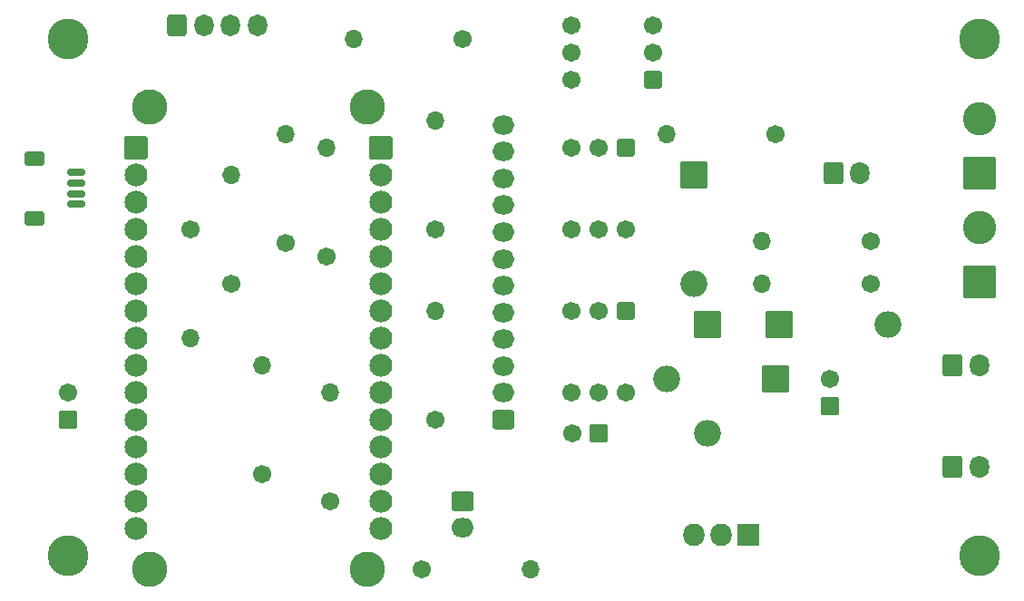
<source format=gbr>
%TF.GenerationSoftware,KiCad,Pcbnew,9.0.1*%
%TF.CreationDate,2025-04-08T23:22:12-05:00*%
%TF.ProjectId,sump-pump-mon,73756d70-2d70-4756-9d70-2d6d6f6e2e6b,rev?*%
%TF.SameCoordinates,Original*%
%TF.FileFunction,Soldermask,Bot*%
%TF.FilePolarity,Negative*%
%FSLAX46Y46*%
G04 Gerber Fmt 4.6, Leading zero omitted, Abs format (unit mm)*
G04 Created by KiCad (PCBNEW 9.0.1) date 2025-04-08 23:22:12*
%MOMM*%
%LPD*%
G01*
G04 APERTURE LIST*
G04 Aperture macros list*
%AMRoundRect*
0 Rectangle with rounded corners*
0 $1 Rounding radius*
0 $2 $3 $4 $5 $6 $7 $8 $9 X,Y pos of 4 corners*
0 Add a 4 corners polygon primitive as box body*
4,1,4,$2,$3,$4,$5,$6,$7,$8,$9,$2,$3,0*
0 Add four circle primitives for the rounded corners*
1,1,$1+$1,$2,$3*
1,1,$1+$1,$4,$5*
1,1,$1+$1,$6,$7*
1,1,$1+$1,$8,$9*
0 Add four rect primitives between the rounded corners*
20,1,$1+$1,$2,$3,$4,$5,0*
20,1,$1+$1,$4,$5,$6,$7,0*
20,1,$1+$1,$6,$7,$8,$9,0*
20,1,$1+$1,$8,$9,$2,$3,0*%
G04 Aperture macros list end*
%ADD10O,1.701600X1.701600*%
%ADD11C,1.701600*%
%ADD12RoundRect,0.175400X0.650400X-0.175400X0.650400X0.175400X-0.650400X0.175400X-0.650400X-0.175400X0*%
%ADD13RoundRect,0.271166X0.679634X-0.379634X0.679634X0.379634X-0.679634X0.379634X-0.679634X-0.379634X0*%
%ADD14O,1.801600X2.051600*%
%ADD15RoundRect,0.264941X-0.635859X-0.760859X0.635859X-0.760859X0.635859X0.760859X-0.635859X0.760859X0*%
%ADD16C,3.301600*%
%ADD17RoundRect,0.102000X-0.965000X-0.965000X0.965000X-0.965000X0.965000X0.965000X-0.965000X0.965000X0*%
%ADD18C,2.134000*%
%ADD19RoundRect,0.298231X1.252569X-1.252569X1.252569X1.252569X-1.252569X1.252569X-1.252569X-1.252569X0*%
%ADD20C,3.101600*%
%ADD21RoundRect,0.265875X-0.584925X0.584925X-0.584925X-0.584925X0.584925X-0.584925X0.584925X0.584925X0*%
%ADD22RoundRect,0.050800X0.800000X0.800000X-0.800000X0.800000X-0.800000X-0.800000X0.800000X-0.800000X0*%
%ADD23RoundRect,0.264941X-0.635859X-0.785859X0.635859X-0.785859X0.635859X0.785859X-0.635859X0.785859X0*%
%ADD24O,1.801600X2.101600*%
%ADD25C,3.801600*%
%ADD26RoundRect,0.265875X0.584925X0.584925X-0.584925X0.584925X-0.584925X-0.584925X0.584925X-0.584925X0*%
%ADD27RoundRect,0.050800X-1.200000X1.200000X-1.200000X-1.200000X1.200000X-1.200000X1.200000X1.200000X0*%
%ADD28O,2.501600X2.501600*%
%ADD29RoundRect,0.050800X0.800000X-0.800000X0.800000X0.800000X-0.800000X0.800000X-0.800000X-0.800000X0*%
%ADD30RoundRect,0.264941X-0.785859X0.635859X-0.785859X-0.635859X0.785859X-0.635859X0.785859X0.635859X0*%
%ADD31O,2.101600X1.801600*%
%ADD32RoundRect,0.050800X0.952500X1.000000X-0.952500X1.000000X-0.952500X-1.000000X0.952500X-1.000000X0*%
%ADD33O,2.006600X2.101600*%
%ADD34RoundRect,0.264941X0.760859X-0.635859X0.760859X0.635859X-0.760859X0.635859X-0.760859X-0.635859X0*%
%ADD35O,2.051600X1.801600*%
%ADD36RoundRect,0.050800X1.200000X1.200000X-1.200000X1.200000X-1.200000X-1.200000X1.200000X-1.200000X0*%
%ADD37RoundRect,0.050800X-1.200000X-1.200000X1.200000X-1.200000X1.200000X1.200000X-1.200000X1.200000X0*%
G04 APERTURE END LIST*
D10*
%TO.C,R8*%
X166370000Y-74930000D03*
D11*
X156210000Y-74930000D03*
%TD*%
D12*
%TO.C,J8*%
X123920000Y-40870000D03*
X123920000Y-39870000D03*
X123920000Y-38870000D03*
X123920000Y-37870000D03*
D13*
X120045000Y-42170000D03*
X120045000Y-36570000D03*
%TD*%
D14*
%TO.C,J6*%
X140850000Y-24130000D03*
X138350000Y-24130000D03*
X135850000Y-24130000D03*
D15*
X133350000Y-24130000D03*
%TD*%
D16*
%TO.C,A1*%
X130810000Y-31750000D03*
X130810000Y-74930000D03*
X151130000Y-31750000D03*
X151130000Y-74930000D03*
D17*
X129540000Y-35560000D03*
D18*
X129540000Y-38100000D03*
X129540000Y-40640000D03*
X129540000Y-43180000D03*
X129540000Y-45720000D03*
X129540000Y-48260000D03*
X129540000Y-50800000D03*
X129540000Y-53340000D03*
X129540000Y-55880000D03*
X129540000Y-58420000D03*
X129540000Y-60960000D03*
X129540000Y-63500000D03*
X129540000Y-66040000D03*
X129540000Y-68580000D03*
X129540000Y-71120000D03*
D17*
X152400000Y-35560000D03*
D18*
X152400000Y-38100000D03*
X152400000Y-40640000D03*
X152400000Y-43180000D03*
X152400000Y-45720000D03*
X152400000Y-48260000D03*
X152400000Y-50800000D03*
X152400000Y-53340000D03*
X152400000Y-55880000D03*
X152400000Y-58420000D03*
X152400000Y-60960000D03*
X152400000Y-63500000D03*
X152400000Y-66040000D03*
X152400000Y-68580000D03*
X152400000Y-71120000D03*
%TD*%
D19*
%TO.C,J5*%
X208280000Y-48134110D03*
D20*
X208280000Y-43054110D03*
%TD*%
D21*
%TO.C,U2*%
X175260000Y-50800000D03*
D11*
X172720000Y-50800000D03*
X170180000Y-50800000D03*
X170180000Y-58420000D03*
X172720000Y-58420000D03*
X175260000Y-58420000D03*
%TD*%
D22*
%TO.C,C2*%
X172720000Y-62230000D03*
D11*
X170220000Y-62230000D03*
%TD*%
D23*
%TO.C,J2*%
X205740000Y-65405000D03*
D24*
X208240000Y-65405000D03*
%TD*%
D25*
%TO.C,H2*%
X208280000Y-73660000D03*
%TD*%
D11*
%TO.C,R2*%
X198120000Y-48260000D03*
D10*
X187960000Y-48260000D03*
%TD*%
D19*
%TO.C,J1*%
X208280000Y-37974110D03*
D20*
X208280000Y-32894110D03*
%TD*%
D26*
%TO.C,U4*%
X177800000Y-29210000D03*
D11*
X177800000Y-26670000D03*
X177800000Y-24130000D03*
X170180000Y-24130000D03*
X170180000Y-26670000D03*
X170180000Y-29210000D03*
%TD*%
D25*
%TO.C,H1*%
X208280000Y-25400000D03*
%TD*%
%TO.C,H3*%
X123190000Y-25400000D03*
%TD*%
D23*
%TO.C,J3*%
X205740000Y-55880000D03*
D24*
X208240000Y-55880000D03*
%TD*%
D27*
%TO.C,D8*%
X181610000Y-38100000D03*
D28*
X181610000Y-48260000D03*
%TD*%
D29*
%TO.C,C1*%
X194310000Y-59690000D03*
D11*
X194310000Y-57190000D03*
%TD*%
D30*
%TO.C,SW3*%
X160020000Y-68580000D03*
D31*
X160020000Y-71080000D03*
%TD*%
D11*
%TO.C,R4*%
X198120000Y-44324110D03*
D10*
X187960000Y-44324110D03*
%TD*%
D29*
%TO.C,C3*%
X123190000Y-60960000D03*
D11*
X123190000Y-58460000D03*
%TD*%
D23*
%TO.C,SW4*%
X194601821Y-37974110D03*
D24*
X197101821Y-37974110D03*
%TD*%
D32*
%TO.C,U1*%
X186690000Y-71755000D03*
D33*
X184150000Y-71755000D03*
X181610000Y-71755000D03*
%TD*%
D11*
%TO.C,R13*%
X160020000Y-25400000D03*
D10*
X149860000Y-25400000D03*
%TD*%
D34*
%TO.C,J4*%
X163830000Y-60960000D03*
D35*
X163830000Y-58460000D03*
X163830000Y-55960000D03*
X163830000Y-53460000D03*
X163830000Y-50960000D03*
X163830000Y-48460000D03*
X163830000Y-45960000D03*
X163830000Y-43460000D03*
X163830000Y-40960000D03*
X163830000Y-38460000D03*
X163830000Y-35960000D03*
X163830000Y-33460000D03*
%TD*%
D21*
%TO.C,U3*%
X175260000Y-35560000D03*
D11*
X172720000Y-35560000D03*
X170180000Y-35560000D03*
X170180000Y-43180000D03*
X172720000Y-43180000D03*
X175260000Y-43180000D03*
%TD*%
%TO.C,R1*%
X189230000Y-34290000D03*
D10*
X179070000Y-34290000D03*
%TD*%
D36*
%TO.C,D6*%
X189230000Y-57150000D03*
D28*
X179070000Y-57150000D03*
%TD*%
D25*
%TO.C,H4*%
X123190000Y-73660000D03*
%TD*%
D37*
%TO.C,D5*%
X189521821Y-52070000D03*
D28*
X199681821Y-52070000D03*
%TD*%
D11*
%TO.C,R7*%
X147320000Y-45720000D03*
D10*
X147320000Y-35560000D03*
%TD*%
D11*
%TO.C,R14*%
X138430000Y-48260000D03*
D10*
X138430000Y-38100000D03*
%TD*%
D11*
%TO.C,R6*%
X134620000Y-43180000D03*
D10*
X134620000Y-53340000D03*
%TD*%
D11*
%TO.C,R10*%
X143510000Y-44450000D03*
D10*
X143510000Y-34290000D03*
%TD*%
D11*
%TO.C,R11*%
X157480000Y-60960000D03*
D10*
X157480000Y-50800000D03*
%TD*%
D27*
%TO.C,D7*%
X182880000Y-52070000D03*
D28*
X182880000Y-62230000D03*
%TD*%
D11*
%TO.C,R9*%
X157480000Y-43180000D03*
D10*
X157480000Y-33020000D03*
%TD*%
D11*
%TO.C,R5*%
X141308826Y-66040000D03*
D10*
X141308826Y-55880000D03*
%TD*%
D11*
%TO.C,R12*%
X147658826Y-68580000D03*
D10*
X147658826Y-58420000D03*
%TD*%
M02*

</source>
